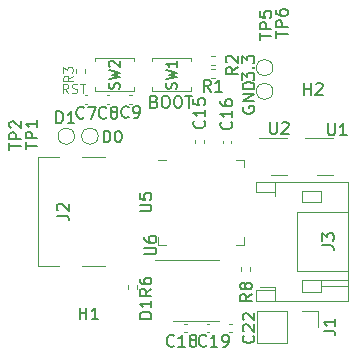
<source format=gbr>
%TF.GenerationSoftware,KiCad,Pcbnew,7.0.7*%
%TF.CreationDate,2024-03-07T17:34:25-08:00*%
%TF.ProjectId,magn_angle_sensor_v2,6d61676e-5f61-46e6-976c-655f73656e73,rev?*%
%TF.SameCoordinates,Original*%
%TF.FileFunction,Legend,Top*%
%TF.FilePolarity,Positive*%
%FSLAX46Y46*%
G04 Gerber Fmt 4.6, Leading zero omitted, Abs format (unit mm)*
G04 Created by KiCad (PCBNEW 7.0.7) date 2024-03-07 17:34:25*
%MOMM*%
%LPD*%
G01*
G04 APERTURE LIST*
%ADD10C,0.150000*%
%ADD11C,0.120000*%
%ADD12C,0.100000*%
G04 APERTURE END LIST*
D10*
X24261905Y-27479819D02*
X24261905Y-26479819D01*
X24261905Y-26479819D02*
X24500000Y-26479819D01*
X24500000Y-26479819D02*
X24642857Y-26527438D01*
X24642857Y-26527438D02*
X24738095Y-26622676D01*
X24738095Y-26622676D02*
X24785714Y-26717914D01*
X24785714Y-26717914D02*
X24833333Y-26908390D01*
X24833333Y-26908390D02*
X24833333Y-27051247D01*
X24833333Y-27051247D02*
X24785714Y-27241723D01*
X24785714Y-27241723D02*
X24738095Y-27336961D01*
X24738095Y-27336961D02*
X24642857Y-27432200D01*
X24642857Y-27432200D02*
X24500000Y-27479819D01*
X24500000Y-27479819D02*
X24261905Y-27479819D01*
X25452381Y-26479819D02*
X25547619Y-26479819D01*
X25547619Y-26479819D02*
X25642857Y-26527438D01*
X25642857Y-26527438D02*
X25690476Y-26575057D01*
X25690476Y-26575057D02*
X25738095Y-26670295D01*
X25738095Y-26670295D02*
X25785714Y-26860771D01*
X25785714Y-26860771D02*
X25785714Y-27098866D01*
X25785714Y-27098866D02*
X25738095Y-27289342D01*
X25738095Y-27289342D02*
X25690476Y-27384580D01*
X25690476Y-27384580D02*
X25642857Y-27432200D01*
X25642857Y-27432200D02*
X25547619Y-27479819D01*
X25547619Y-27479819D02*
X25452381Y-27479819D01*
X25452381Y-27479819D02*
X25357143Y-27432200D01*
X25357143Y-27432200D02*
X25309524Y-27384580D01*
X25309524Y-27384580D02*
X25261905Y-27289342D01*
X25261905Y-27289342D02*
X25214286Y-27098866D01*
X25214286Y-27098866D02*
X25214286Y-26860771D01*
X25214286Y-26860771D02*
X25261905Y-26670295D01*
X25261905Y-26670295D02*
X25309524Y-26575057D01*
X25309524Y-26575057D02*
X25357143Y-26527438D01*
X25357143Y-26527438D02*
X25452381Y-26479819D01*
X20261905Y-25839819D02*
X20261905Y-24839819D01*
X20261905Y-24839819D02*
X20500000Y-24839819D01*
X20500000Y-24839819D02*
X20642857Y-24887438D01*
X20642857Y-24887438D02*
X20738095Y-24982676D01*
X20738095Y-24982676D02*
X20785714Y-25077914D01*
X20785714Y-25077914D02*
X20833333Y-25268390D01*
X20833333Y-25268390D02*
X20833333Y-25411247D01*
X20833333Y-25411247D02*
X20785714Y-25601723D01*
X20785714Y-25601723D02*
X20738095Y-25696961D01*
X20738095Y-25696961D02*
X20642857Y-25792200D01*
X20642857Y-25792200D02*
X20500000Y-25839819D01*
X20500000Y-25839819D02*
X20261905Y-25839819D01*
X21785714Y-25839819D02*
X21214286Y-25839819D01*
X21500000Y-25839819D02*
X21500000Y-24839819D01*
X21500000Y-24839819D02*
X21404762Y-24982676D01*
X21404762Y-24982676D02*
X21309524Y-25077914D01*
X21309524Y-25077914D02*
X21214286Y-25125533D01*
D11*
X21256566Y-23295855D02*
X20989899Y-22914902D01*
X20799423Y-23295855D02*
X20799423Y-22495855D01*
X20799423Y-22495855D02*
X21104185Y-22495855D01*
X21104185Y-22495855D02*
X21180375Y-22533950D01*
X21180375Y-22533950D02*
X21218470Y-22572045D01*
X21218470Y-22572045D02*
X21256566Y-22648236D01*
X21256566Y-22648236D02*
X21256566Y-22762521D01*
X21256566Y-22762521D02*
X21218470Y-22838712D01*
X21218470Y-22838712D02*
X21180375Y-22876807D01*
X21180375Y-22876807D02*
X21104185Y-22914902D01*
X21104185Y-22914902D02*
X20799423Y-22914902D01*
X21561327Y-23257760D02*
X21675613Y-23295855D01*
X21675613Y-23295855D02*
X21866089Y-23295855D01*
X21866089Y-23295855D02*
X21942280Y-23257760D01*
X21942280Y-23257760D02*
X21980375Y-23219664D01*
X21980375Y-23219664D02*
X22018470Y-23143474D01*
X22018470Y-23143474D02*
X22018470Y-23067283D01*
X22018470Y-23067283D02*
X21980375Y-22991093D01*
X21980375Y-22991093D02*
X21942280Y-22952998D01*
X21942280Y-22952998D02*
X21866089Y-22914902D01*
X21866089Y-22914902D02*
X21713708Y-22876807D01*
X21713708Y-22876807D02*
X21637518Y-22838712D01*
X21637518Y-22838712D02*
X21599423Y-22800617D01*
X21599423Y-22800617D02*
X21561327Y-22724426D01*
X21561327Y-22724426D02*
X21561327Y-22648236D01*
X21561327Y-22648236D02*
X21599423Y-22572045D01*
X21599423Y-22572045D02*
X21637518Y-22533950D01*
X21637518Y-22533950D02*
X21713708Y-22495855D01*
X21713708Y-22495855D02*
X21904185Y-22495855D01*
X21904185Y-22495855D02*
X22018470Y-22533950D01*
X22247042Y-22495855D02*
X22704185Y-22495855D01*
X22475613Y-23295855D02*
X22475613Y-22495855D01*
D10*
X28562857Y-24016009D02*
X28705714Y-24063628D01*
X28705714Y-24063628D02*
X28753333Y-24111247D01*
X28753333Y-24111247D02*
X28800952Y-24206485D01*
X28800952Y-24206485D02*
X28800952Y-24349342D01*
X28800952Y-24349342D02*
X28753333Y-24444580D01*
X28753333Y-24444580D02*
X28705714Y-24492200D01*
X28705714Y-24492200D02*
X28610476Y-24539819D01*
X28610476Y-24539819D02*
X28229524Y-24539819D01*
X28229524Y-24539819D02*
X28229524Y-23539819D01*
X28229524Y-23539819D02*
X28562857Y-23539819D01*
X28562857Y-23539819D02*
X28658095Y-23587438D01*
X28658095Y-23587438D02*
X28705714Y-23635057D01*
X28705714Y-23635057D02*
X28753333Y-23730295D01*
X28753333Y-23730295D02*
X28753333Y-23825533D01*
X28753333Y-23825533D02*
X28705714Y-23920771D01*
X28705714Y-23920771D02*
X28658095Y-23968390D01*
X28658095Y-23968390D02*
X28562857Y-24016009D01*
X28562857Y-24016009D02*
X28229524Y-24016009D01*
X29420000Y-23539819D02*
X29610476Y-23539819D01*
X29610476Y-23539819D02*
X29705714Y-23587438D01*
X29705714Y-23587438D02*
X29800952Y-23682676D01*
X29800952Y-23682676D02*
X29848571Y-23873152D01*
X29848571Y-23873152D02*
X29848571Y-24206485D01*
X29848571Y-24206485D02*
X29800952Y-24396961D01*
X29800952Y-24396961D02*
X29705714Y-24492200D01*
X29705714Y-24492200D02*
X29610476Y-24539819D01*
X29610476Y-24539819D02*
X29420000Y-24539819D01*
X29420000Y-24539819D02*
X29324762Y-24492200D01*
X29324762Y-24492200D02*
X29229524Y-24396961D01*
X29229524Y-24396961D02*
X29181905Y-24206485D01*
X29181905Y-24206485D02*
X29181905Y-23873152D01*
X29181905Y-23873152D02*
X29229524Y-23682676D01*
X29229524Y-23682676D02*
X29324762Y-23587438D01*
X29324762Y-23587438D02*
X29420000Y-23539819D01*
X30467619Y-23539819D02*
X30658095Y-23539819D01*
X30658095Y-23539819D02*
X30753333Y-23587438D01*
X30753333Y-23587438D02*
X30848571Y-23682676D01*
X30848571Y-23682676D02*
X30896190Y-23873152D01*
X30896190Y-23873152D02*
X30896190Y-24206485D01*
X30896190Y-24206485D02*
X30848571Y-24396961D01*
X30848571Y-24396961D02*
X30753333Y-24492200D01*
X30753333Y-24492200D02*
X30658095Y-24539819D01*
X30658095Y-24539819D02*
X30467619Y-24539819D01*
X30467619Y-24539819D02*
X30372381Y-24492200D01*
X30372381Y-24492200D02*
X30277143Y-24396961D01*
X30277143Y-24396961D02*
X30229524Y-24206485D01*
X30229524Y-24206485D02*
X30229524Y-23873152D01*
X30229524Y-23873152D02*
X30277143Y-23682676D01*
X30277143Y-23682676D02*
X30372381Y-23587438D01*
X30372381Y-23587438D02*
X30467619Y-23539819D01*
X31181905Y-23539819D02*
X31753333Y-23539819D01*
X31467619Y-24539819D02*
X31467619Y-23539819D01*
X36077438Y-24459411D02*
X36029819Y-24554649D01*
X36029819Y-24554649D02*
X36029819Y-24697506D01*
X36029819Y-24697506D02*
X36077438Y-24840363D01*
X36077438Y-24840363D02*
X36172676Y-24935601D01*
X36172676Y-24935601D02*
X36267914Y-24983220D01*
X36267914Y-24983220D02*
X36458390Y-25030839D01*
X36458390Y-25030839D02*
X36601247Y-25030839D01*
X36601247Y-25030839D02*
X36791723Y-24983220D01*
X36791723Y-24983220D02*
X36886961Y-24935601D01*
X36886961Y-24935601D02*
X36982200Y-24840363D01*
X36982200Y-24840363D02*
X37029819Y-24697506D01*
X37029819Y-24697506D02*
X37029819Y-24602268D01*
X37029819Y-24602268D02*
X36982200Y-24459411D01*
X36982200Y-24459411D02*
X36934580Y-24411792D01*
X36934580Y-24411792D02*
X36601247Y-24411792D01*
X36601247Y-24411792D02*
X36601247Y-24602268D01*
X37029819Y-23983220D02*
X36029819Y-23983220D01*
X36029819Y-23983220D02*
X37029819Y-23411792D01*
X37029819Y-23411792D02*
X36029819Y-23411792D01*
X37029819Y-22935601D02*
X36029819Y-22935601D01*
X36029819Y-22935601D02*
X36029819Y-22697506D01*
X36029819Y-22697506D02*
X36077438Y-22554649D01*
X36077438Y-22554649D02*
X36172676Y-22459411D01*
X36172676Y-22459411D02*
X36267914Y-22411792D01*
X36267914Y-22411792D02*
X36458390Y-22364173D01*
X36458390Y-22364173D02*
X36601247Y-22364173D01*
X36601247Y-22364173D02*
X36791723Y-22411792D01*
X36791723Y-22411792D02*
X36886961Y-22459411D01*
X36886961Y-22459411D02*
X36982200Y-22554649D01*
X36982200Y-22554649D02*
X37029819Y-22697506D01*
X37029819Y-22697506D02*
X37029819Y-22935601D01*
X35999819Y-22198458D02*
X35999819Y-21579411D01*
X35999819Y-21579411D02*
X36380771Y-21912744D01*
X36380771Y-21912744D02*
X36380771Y-21769887D01*
X36380771Y-21769887D02*
X36428390Y-21674649D01*
X36428390Y-21674649D02*
X36476009Y-21627030D01*
X36476009Y-21627030D02*
X36571247Y-21579411D01*
X36571247Y-21579411D02*
X36809342Y-21579411D01*
X36809342Y-21579411D02*
X36904580Y-21627030D01*
X36904580Y-21627030D02*
X36952200Y-21674649D01*
X36952200Y-21674649D02*
X36999819Y-21769887D01*
X36999819Y-21769887D02*
X36999819Y-22055601D01*
X36999819Y-22055601D02*
X36952200Y-22150839D01*
X36952200Y-22150839D02*
X36904580Y-22198458D01*
X36904580Y-21150839D02*
X36952200Y-21103220D01*
X36952200Y-21103220D02*
X36999819Y-21150839D01*
X36999819Y-21150839D02*
X36952200Y-21198458D01*
X36952200Y-21198458D02*
X36904580Y-21150839D01*
X36904580Y-21150839D02*
X36999819Y-21150839D01*
X35999819Y-20769887D02*
X35999819Y-20150840D01*
X35999819Y-20150840D02*
X36380771Y-20484173D01*
X36380771Y-20484173D02*
X36380771Y-20341316D01*
X36380771Y-20341316D02*
X36428390Y-20246078D01*
X36428390Y-20246078D02*
X36476009Y-20198459D01*
X36476009Y-20198459D02*
X36571247Y-20150840D01*
X36571247Y-20150840D02*
X36809342Y-20150840D01*
X36809342Y-20150840D02*
X36904580Y-20198459D01*
X36904580Y-20198459D02*
X36952200Y-20246078D01*
X36952200Y-20246078D02*
X36999819Y-20341316D01*
X36999819Y-20341316D02*
X36999819Y-20627030D01*
X36999819Y-20627030D02*
X36952200Y-20722268D01*
X36952200Y-20722268D02*
X36904580Y-20769887D01*
X38834819Y-18621904D02*
X38834819Y-18050476D01*
X39834819Y-18336190D02*
X38834819Y-18336190D01*
X39834819Y-17717142D02*
X38834819Y-17717142D01*
X38834819Y-17717142D02*
X38834819Y-17336190D01*
X38834819Y-17336190D02*
X38882438Y-17240952D01*
X38882438Y-17240952D02*
X38930057Y-17193333D01*
X38930057Y-17193333D02*
X39025295Y-17145714D01*
X39025295Y-17145714D02*
X39168152Y-17145714D01*
X39168152Y-17145714D02*
X39263390Y-17193333D01*
X39263390Y-17193333D02*
X39311009Y-17240952D01*
X39311009Y-17240952D02*
X39358628Y-17336190D01*
X39358628Y-17336190D02*
X39358628Y-17717142D01*
X38834819Y-16288571D02*
X38834819Y-16479047D01*
X38834819Y-16479047D02*
X38882438Y-16574285D01*
X38882438Y-16574285D02*
X38930057Y-16621904D01*
X38930057Y-16621904D02*
X39072914Y-16717142D01*
X39072914Y-16717142D02*
X39263390Y-16764761D01*
X39263390Y-16764761D02*
X39644342Y-16764761D01*
X39644342Y-16764761D02*
X39739580Y-16717142D01*
X39739580Y-16717142D02*
X39787200Y-16669523D01*
X39787200Y-16669523D02*
X39834819Y-16574285D01*
X39834819Y-16574285D02*
X39834819Y-16383809D01*
X39834819Y-16383809D02*
X39787200Y-16288571D01*
X39787200Y-16288571D02*
X39739580Y-16240952D01*
X39739580Y-16240952D02*
X39644342Y-16193333D01*
X39644342Y-16193333D02*
X39406247Y-16193333D01*
X39406247Y-16193333D02*
X39311009Y-16240952D01*
X39311009Y-16240952D02*
X39263390Y-16288571D01*
X39263390Y-16288571D02*
X39215771Y-16383809D01*
X39215771Y-16383809D02*
X39215771Y-16574285D01*
X39215771Y-16574285D02*
X39263390Y-16669523D01*
X39263390Y-16669523D02*
X39311009Y-16717142D01*
X39311009Y-16717142D02*
X39406247Y-16764761D01*
X28304819Y-39866666D02*
X27828628Y-40199999D01*
X28304819Y-40438094D02*
X27304819Y-40438094D01*
X27304819Y-40438094D02*
X27304819Y-40057142D01*
X27304819Y-40057142D02*
X27352438Y-39961904D01*
X27352438Y-39961904D02*
X27400057Y-39914285D01*
X27400057Y-39914285D02*
X27495295Y-39866666D01*
X27495295Y-39866666D02*
X27638152Y-39866666D01*
X27638152Y-39866666D02*
X27733390Y-39914285D01*
X27733390Y-39914285D02*
X27781009Y-39961904D01*
X27781009Y-39961904D02*
X27828628Y-40057142D01*
X27828628Y-40057142D02*
X27828628Y-40438094D01*
X27304819Y-39009523D02*
X27304819Y-39199999D01*
X27304819Y-39199999D02*
X27352438Y-39295237D01*
X27352438Y-39295237D02*
X27400057Y-39342856D01*
X27400057Y-39342856D02*
X27542914Y-39438094D01*
X27542914Y-39438094D02*
X27733390Y-39485713D01*
X27733390Y-39485713D02*
X28114342Y-39485713D01*
X28114342Y-39485713D02*
X28209580Y-39438094D01*
X28209580Y-39438094D02*
X28257200Y-39390475D01*
X28257200Y-39390475D02*
X28304819Y-39295237D01*
X28304819Y-39295237D02*
X28304819Y-39104761D01*
X28304819Y-39104761D02*
X28257200Y-39009523D01*
X28257200Y-39009523D02*
X28209580Y-38961904D01*
X28209580Y-38961904D02*
X28114342Y-38914285D01*
X28114342Y-38914285D02*
X27876247Y-38914285D01*
X27876247Y-38914285D02*
X27781009Y-38961904D01*
X27781009Y-38961904D02*
X27733390Y-39009523D01*
X27733390Y-39009523D02*
X27685771Y-39104761D01*
X27685771Y-39104761D02*
X27685771Y-39295237D01*
X27685771Y-39295237D02*
X27733390Y-39390475D01*
X27733390Y-39390475D02*
X27781009Y-39438094D01*
X27781009Y-39438094D02*
X27876247Y-39485713D01*
D11*
X21663855Y-21843332D02*
X21282902Y-22109999D01*
X21663855Y-22300475D02*
X20863855Y-22300475D01*
X20863855Y-22300475D02*
X20863855Y-21995713D01*
X20863855Y-21995713D02*
X20901950Y-21919523D01*
X20901950Y-21919523D02*
X20940045Y-21881428D01*
X20940045Y-21881428D02*
X21016236Y-21843332D01*
X21016236Y-21843332D02*
X21130521Y-21843332D01*
X21130521Y-21843332D02*
X21206712Y-21881428D01*
X21206712Y-21881428D02*
X21244807Y-21919523D01*
X21244807Y-21919523D02*
X21282902Y-21995713D01*
X21282902Y-21995713D02*
X21282902Y-22300475D01*
X20863855Y-21576666D02*
X20863855Y-21081428D01*
X20863855Y-21081428D02*
X21168617Y-21348094D01*
X21168617Y-21348094D02*
X21168617Y-21233809D01*
X21168617Y-21233809D02*
X21206712Y-21157618D01*
X21206712Y-21157618D02*
X21244807Y-21119523D01*
X21244807Y-21119523D02*
X21320998Y-21081428D01*
X21320998Y-21081428D02*
X21511474Y-21081428D01*
X21511474Y-21081428D02*
X21587664Y-21119523D01*
X21587664Y-21119523D02*
X21625760Y-21157618D01*
X21625760Y-21157618D02*
X21663855Y-21233809D01*
X21663855Y-21233809D02*
X21663855Y-21462380D01*
X21663855Y-21462380D02*
X21625760Y-21538571D01*
X21625760Y-21538571D02*
X21587664Y-21576666D01*
D10*
X25565700Y-22949999D02*
X25608557Y-22821428D01*
X25608557Y-22821428D02*
X25608557Y-22607142D01*
X25608557Y-22607142D02*
X25565700Y-22521428D01*
X25565700Y-22521428D02*
X25522842Y-22478570D01*
X25522842Y-22478570D02*
X25437128Y-22435713D01*
X25437128Y-22435713D02*
X25351414Y-22435713D01*
X25351414Y-22435713D02*
X25265700Y-22478570D01*
X25265700Y-22478570D02*
X25222842Y-22521428D01*
X25222842Y-22521428D02*
X25179985Y-22607142D01*
X25179985Y-22607142D02*
X25137128Y-22778570D01*
X25137128Y-22778570D02*
X25094271Y-22864285D01*
X25094271Y-22864285D02*
X25051414Y-22907142D01*
X25051414Y-22907142D02*
X24965700Y-22949999D01*
X24965700Y-22949999D02*
X24879985Y-22949999D01*
X24879985Y-22949999D02*
X24794271Y-22907142D01*
X24794271Y-22907142D02*
X24751414Y-22864285D01*
X24751414Y-22864285D02*
X24708557Y-22778570D01*
X24708557Y-22778570D02*
X24708557Y-22564285D01*
X24708557Y-22564285D02*
X24751414Y-22435713D01*
X24708557Y-22135713D02*
X25608557Y-21921427D01*
X25608557Y-21921427D02*
X24965700Y-21749999D01*
X24965700Y-21749999D02*
X25608557Y-21578570D01*
X25608557Y-21578570D02*
X24708557Y-21364285D01*
X24794271Y-21064285D02*
X24751414Y-21021428D01*
X24751414Y-21021428D02*
X24708557Y-20935714D01*
X24708557Y-20935714D02*
X24708557Y-20721428D01*
X24708557Y-20721428D02*
X24751414Y-20635714D01*
X24751414Y-20635714D02*
X24794271Y-20592856D01*
X24794271Y-20592856D02*
X24879985Y-20549999D01*
X24879985Y-20549999D02*
X24965700Y-20549999D01*
X24965700Y-20549999D02*
X25094271Y-20592856D01*
X25094271Y-20592856D02*
X25608557Y-21107142D01*
X25608557Y-21107142D02*
X25608557Y-20549999D01*
X27304819Y-33311904D02*
X28114342Y-33311904D01*
X28114342Y-33311904D02*
X28209580Y-33264285D01*
X28209580Y-33264285D02*
X28257200Y-33216666D01*
X28257200Y-33216666D02*
X28304819Y-33121428D01*
X28304819Y-33121428D02*
X28304819Y-32930952D01*
X28304819Y-32930952D02*
X28257200Y-32835714D01*
X28257200Y-32835714D02*
X28209580Y-32788095D01*
X28209580Y-32788095D02*
X28114342Y-32740476D01*
X28114342Y-32740476D02*
X27304819Y-32740476D01*
X27304819Y-31788095D02*
X27304819Y-32264285D01*
X27304819Y-32264285D02*
X27781009Y-32311904D01*
X27781009Y-32311904D02*
X27733390Y-32264285D01*
X27733390Y-32264285D02*
X27685771Y-32169047D01*
X27685771Y-32169047D02*
X27685771Y-31930952D01*
X27685771Y-31930952D02*
X27733390Y-31835714D01*
X27733390Y-31835714D02*
X27781009Y-31788095D01*
X27781009Y-31788095D02*
X27876247Y-31740476D01*
X27876247Y-31740476D02*
X28114342Y-31740476D01*
X28114342Y-31740476D02*
X28209580Y-31788095D01*
X28209580Y-31788095D02*
X28257200Y-31835714D01*
X28257200Y-31835714D02*
X28304819Y-31930952D01*
X28304819Y-31930952D02*
X28304819Y-32169047D01*
X28304819Y-32169047D02*
X28257200Y-32264285D01*
X28257200Y-32264285D02*
X28209580Y-32311904D01*
X36824819Y-40306666D02*
X36348628Y-40639999D01*
X36824819Y-40878094D02*
X35824819Y-40878094D01*
X35824819Y-40878094D02*
X35824819Y-40497142D01*
X35824819Y-40497142D02*
X35872438Y-40401904D01*
X35872438Y-40401904D02*
X35920057Y-40354285D01*
X35920057Y-40354285D02*
X36015295Y-40306666D01*
X36015295Y-40306666D02*
X36158152Y-40306666D01*
X36158152Y-40306666D02*
X36253390Y-40354285D01*
X36253390Y-40354285D02*
X36301009Y-40401904D01*
X36301009Y-40401904D02*
X36348628Y-40497142D01*
X36348628Y-40497142D02*
X36348628Y-40878094D01*
X36253390Y-39735237D02*
X36205771Y-39830475D01*
X36205771Y-39830475D02*
X36158152Y-39878094D01*
X36158152Y-39878094D02*
X36062914Y-39925713D01*
X36062914Y-39925713D02*
X36015295Y-39925713D01*
X36015295Y-39925713D02*
X35920057Y-39878094D01*
X35920057Y-39878094D02*
X35872438Y-39830475D01*
X35872438Y-39830475D02*
X35824819Y-39735237D01*
X35824819Y-39735237D02*
X35824819Y-39544761D01*
X35824819Y-39544761D02*
X35872438Y-39449523D01*
X35872438Y-39449523D02*
X35920057Y-39401904D01*
X35920057Y-39401904D02*
X36015295Y-39354285D01*
X36015295Y-39354285D02*
X36062914Y-39354285D01*
X36062914Y-39354285D02*
X36158152Y-39401904D01*
X36158152Y-39401904D02*
X36205771Y-39449523D01*
X36205771Y-39449523D02*
X36253390Y-39544761D01*
X36253390Y-39544761D02*
X36253390Y-39735237D01*
X36253390Y-39735237D02*
X36301009Y-39830475D01*
X36301009Y-39830475D02*
X36348628Y-39878094D01*
X36348628Y-39878094D02*
X36443866Y-39925713D01*
X36443866Y-39925713D02*
X36634342Y-39925713D01*
X36634342Y-39925713D02*
X36729580Y-39878094D01*
X36729580Y-39878094D02*
X36777200Y-39830475D01*
X36777200Y-39830475D02*
X36824819Y-39735237D01*
X36824819Y-39735237D02*
X36824819Y-39544761D01*
X36824819Y-39544761D02*
X36777200Y-39449523D01*
X36777200Y-39449523D02*
X36729580Y-39401904D01*
X36729580Y-39401904D02*
X36634342Y-39354285D01*
X36634342Y-39354285D02*
X36443866Y-39354285D01*
X36443866Y-39354285D02*
X36348628Y-39401904D01*
X36348628Y-39401904D02*
X36301009Y-39449523D01*
X36301009Y-39449523D02*
X36253390Y-39544761D01*
X27714819Y-36961904D02*
X28524342Y-36961904D01*
X28524342Y-36961904D02*
X28619580Y-36914285D01*
X28619580Y-36914285D02*
X28667200Y-36866666D01*
X28667200Y-36866666D02*
X28714819Y-36771428D01*
X28714819Y-36771428D02*
X28714819Y-36580952D01*
X28714819Y-36580952D02*
X28667200Y-36485714D01*
X28667200Y-36485714D02*
X28619580Y-36438095D01*
X28619580Y-36438095D02*
X28524342Y-36390476D01*
X28524342Y-36390476D02*
X27714819Y-36390476D01*
X27714819Y-35485714D02*
X27714819Y-35676190D01*
X27714819Y-35676190D02*
X27762438Y-35771428D01*
X27762438Y-35771428D02*
X27810057Y-35819047D01*
X27810057Y-35819047D02*
X27952914Y-35914285D01*
X27952914Y-35914285D02*
X28143390Y-35961904D01*
X28143390Y-35961904D02*
X28524342Y-35961904D01*
X28524342Y-35961904D02*
X28619580Y-35914285D01*
X28619580Y-35914285D02*
X28667200Y-35866666D01*
X28667200Y-35866666D02*
X28714819Y-35771428D01*
X28714819Y-35771428D02*
X28714819Y-35580952D01*
X28714819Y-35580952D02*
X28667200Y-35485714D01*
X28667200Y-35485714D02*
X28619580Y-35438095D01*
X28619580Y-35438095D02*
X28524342Y-35390476D01*
X28524342Y-35390476D02*
X28286247Y-35390476D01*
X28286247Y-35390476D02*
X28191009Y-35438095D01*
X28191009Y-35438095D02*
X28143390Y-35485714D01*
X28143390Y-35485714D02*
X28095771Y-35580952D01*
X28095771Y-35580952D02*
X28095771Y-35771428D01*
X28095771Y-35771428D02*
X28143390Y-35866666D01*
X28143390Y-35866666D02*
X28191009Y-35914285D01*
X28191009Y-35914285D02*
X28286247Y-35961904D01*
X32759580Y-25642857D02*
X32807200Y-25690476D01*
X32807200Y-25690476D02*
X32854819Y-25833333D01*
X32854819Y-25833333D02*
X32854819Y-25928571D01*
X32854819Y-25928571D02*
X32807200Y-26071428D01*
X32807200Y-26071428D02*
X32711961Y-26166666D01*
X32711961Y-26166666D02*
X32616723Y-26214285D01*
X32616723Y-26214285D02*
X32426247Y-26261904D01*
X32426247Y-26261904D02*
X32283390Y-26261904D01*
X32283390Y-26261904D02*
X32092914Y-26214285D01*
X32092914Y-26214285D02*
X31997676Y-26166666D01*
X31997676Y-26166666D02*
X31902438Y-26071428D01*
X31902438Y-26071428D02*
X31854819Y-25928571D01*
X31854819Y-25928571D02*
X31854819Y-25833333D01*
X31854819Y-25833333D02*
X31902438Y-25690476D01*
X31902438Y-25690476D02*
X31950057Y-25642857D01*
X32854819Y-24690476D02*
X32854819Y-25261904D01*
X32854819Y-24976190D02*
X31854819Y-24976190D01*
X31854819Y-24976190D02*
X31997676Y-25071428D01*
X31997676Y-25071428D02*
X32092914Y-25166666D01*
X32092914Y-25166666D02*
X32140533Y-25261904D01*
X31854819Y-23785714D02*
X31854819Y-24261904D01*
X31854819Y-24261904D02*
X32331009Y-24309523D01*
X32331009Y-24309523D02*
X32283390Y-24261904D01*
X32283390Y-24261904D02*
X32235771Y-24166666D01*
X32235771Y-24166666D02*
X32235771Y-23928571D01*
X32235771Y-23928571D02*
X32283390Y-23833333D01*
X32283390Y-23833333D02*
X32331009Y-23785714D01*
X32331009Y-23785714D02*
X32426247Y-23738095D01*
X32426247Y-23738095D02*
X32664342Y-23738095D01*
X32664342Y-23738095D02*
X32759580Y-23785714D01*
X32759580Y-23785714D02*
X32807200Y-23833333D01*
X32807200Y-23833333D02*
X32854819Y-23928571D01*
X32854819Y-23928571D02*
X32854819Y-24166666D01*
X32854819Y-24166666D02*
X32807200Y-24261904D01*
X32807200Y-24261904D02*
X32759580Y-24309523D01*
X30217142Y-44669580D02*
X30169523Y-44717200D01*
X30169523Y-44717200D02*
X30026666Y-44764819D01*
X30026666Y-44764819D02*
X29931428Y-44764819D01*
X29931428Y-44764819D02*
X29788571Y-44717200D01*
X29788571Y-44717200D02*
X29693333Y-44621961D01*
X29693333Y-44621961D02*
X29645714Y-44526723D01*
X29645714Y-44526723D02*
X29598095Y-44336247D01*
X29598095Y-44336247D02*
X29598095Y-44193390D01*
X29598095Y-44193390D02*
X29645714Y-44002914D01*
X29645714Y-44002914D02*
X29693333Y-43907676D01*
X29693333Y-43907676D02*
X29788571Y-43812438D01*
X29788571Y-43812438D02*
X29931428Y-43764819D01*
X29931428Y-43764819D02*
X30026666Y-43764819D01*
X30026666Y-43764819D02*
X30169523Y-43812438D01*
X30169523Y-43812438D02*
X30217142Y-43860057D01*
X31169523Y-44764819D02*
X30598095Y-44764819D01*
X30883809Y-44764819D02*
X30883809Y-43764819D01*
X30883809Y-43764819D02*
X30788571Y-43907676D01*
X30788571Y-43907676D02*
X30693333Y-44002914D01*
X30693333Y-44002914D02*
X30598095Y-44050533D01*
X31740952Y-44193390D02*
X31645714Y-44145771D01*
X31645714Y-44145771D02*
X31598095Y-44098152D01*
X31598095Y-44098152D02*
X31550476Y-44002914D01*
X31550476Y-44002914D02*
X31550476Y-43955295D01*
X31550476Y-43955295D02*
X31598095Y-43860057D01*
X31598095Y-43860057D02*
X31645714Y-43812438D01*
X31645714Y-43812438D02*
X31740952Y-43764819D01*
X31740952Y-43764819D02*
X31931428Y-43764819D01*
X31931428Y-43764819D02*
X32026666Y-43812438D01*
X32026666Y-43812438D02*
X32074285Y-43860057D01*
X32074285Y-43860057D02*
X32121904Y-43955295D01*
X32121904Y-43955295D02*
X32121904Y-44002914D01*
X32121904Y-44002914D02*
X32074285Y-44098152D01*
X32074285Y-44098152D02*
X32026666Y-44145771D01*
X32026666Y-44145771D02*
X31931428Y-44193390D01*
X31931428Y-44193390D02*
X31740952Y-44193390D01*
X31740952Y-44193390D02*
X31645714Y-44241009D01*
X31645714Y-44241009D02*
X31598095Y-44288628D01*
X31598095Y-44288628D02*
X31550476Y-44383866D01*
X31550476Y-44383866D02*
X31550476Y-44574342D01*
X31550476Y-44574342D02*
X31598095Y-44669580D01*
X31598095Y-44669580D02*
X31645714Y-44717200D01*
X31645714Y-44717200D02*
X31740952Y-44764819D01*
X31740952Y-44764819D02*
X31931428Y-44764819D01*
X31931428Y-44764819D02*
X32026666Y-44717200D01*
X32026666Y-44717200D02*
X32074285Y-44669580D01*
X32074285Y-44669580D02*
X32121904Y-44574342D01*
X32121904Y-44574342D02*
X32121904Y-44383866D01*
X32121904Y-44383866D02*
X32074285Y-44288628D01*
X32074285Y-44288628D02*
X32026666Y-44241009D01*
X32026666Y-44241009D02*
X31931428Y-44193390D01*
X43278095Y-25864819D02*
X43278095Y-26674342D01*
X43278095Y-26674342D02*
X43325714Y-26769580D01*
X43325714Y-26769580D02*
X43373333Y-26817200D01*
X43373333Y-26817200D02*
X43468571Y-26864819D01*
X43468571Y-26864819D02*
X43659047Y-26864819D01*
X43659047Y-26864819D02*
X43754285Y-26817200D01*
X43754285Y-26817200D02*
X43801904Y-26769580D01*
X43801904Y-26769580D02*
X43849523Y-26674342D01*
X43849523Y-26674342D02*
X43849523Y-25864819D01*
X44849523Y-26864819D02*
X44278095Y-26864819D01*
X44563809Y-26864819D02*
X44563809Y-25864819D01*
X44563809Y-25864819D02*
X44468571Y-26007676D01*
X44468571Y-26007676D02*
X44373333Y-26102914D01*
X44373333Y-26102914D02*
X44278095Y-26150533D01*
X38350595Y-25754819D02*
X38350595Y-26564342D01*
X38350595Y-26564342D02*
X38398214Y-26659580D01*
X38398214Y-26659580D02*
X38445833Y-26707200D01*
X38445833Y-26707200D02*
X38541071Y-26754819D01*
X38541071Y-26754819D02*
X38731547Y-26754819D01*
X38731547Y-26754819D02*
X38826785Y-26707200D01*
X38826785Y-26707200D02*
X38874404Y-26659580D01*
X38874404Y-26659580D02*
X38922023Y-26564342D01*
X38922023Y-26564342D02*
X38922023Y-25754819D01*
X39350595Y-25850057D02*
X39398214Y-25802438D01*
X39398214Y-25802438D02*
X39493452Y-25754819D01*
X39493452Y-25754819D02*
X39731547Y-25754819D01*
X39731547Y-25754819D02*
X39826785Y-25802438D01*
X39826785Y-25802438D02*
X39874404Y-25850057D01*
X39874404Y-25850057D02*
X39922023Y-25945295D01*
X39922023Y-25945295D02*
X39922023Y-26040533D01*
X39922023Y-26040533D02*
X39874404Y-26183390D01*
X39874404Y-26183390D02*
X39302976Y-26754819D01*
X39302976Y-26754819D02*
X39922023Y-26754819D01*
X42754819Y-36183333D02*
X43469104Y-36183333D01*
X43469104Y-36183333D02*
X43611961Y-36230952D01*
X43611961Y-36230952D02*
X43707200Y-36326190D01*
X43707200Y-36326190D02*
X43754819Y-36469047D01*
X43754819Y-36469047D02*
X43754819Y-36564285D01*
X42754819Y-35802380D02*
X42754819Y-35183333D01*
X42754819Y-35183333D02*
X43135771Y-35516666D01*
X43135771Y-35516666D02*
X43135771Y-35373809D01*
X43135771Y-35373809D02*
X43183390Y-35278571D01*
X43183390Y-35278571D02*
X43231009Y-35230952D01*
X43231009Y-35230952D02*
X43326247Y-35183333D01*
X43326247Y-35183333D02*
X43564342Y-35183333D01*
X43564342Y-35183333D02*
X43659580Y-35230952D01*
X43659580Y-35230952D02*
X43707200Y-35278571D01*
X43707200Y-35278571D02*
X43754819Y-35373809D01*
X43754819Y-35373809D02*
X43754819Y-35659523D01*
X43754819Y-35659523D02*
X43707200Y-35754761D01*
X43707200Y-35754761D02*
X43659580Y-35802380D01*
X22583333Y-25359580D02*
X22535714Y-25407200D01*
X22535714Y-25407200D02*
X22392857Y-25454819D01*
X22392857Y-25454819D02*
X22297619Y-25454819D01*
X22297619Y-25454819D02*
X22154762Y-25407200D01*
X22154762Y-25407200D02*
X22059524Y-25311961D01*
X22059524Y-25311961D02*
X22011905Y-25216723D01*
X22011905Y-25216723D02*
X21964286Y-25026247D01*
X21964286Y-25026247D02*
X21964286Y-24883390D01*
X21964286Y-24883390D02*
X22011905Y-24692914D01*
X22011905Y-24692914D02*
X22059524Y-24597676D01*
X22059524Y-24597676D02*
X22154762Y-24502438D01*
X22154762Y-24502438D02*
X22297619Y-24454819D01*
X22297619Y-24454819D02*
X22392857Y-24454819D01*
X22392857Y-24454819D02*
X22535714Y-24502438D01*
X22535714Y-24502438D02*
X22583333Y-24550057D01*
X22916667Y-24454819D02*
X23583333Y-24454819D01*
X23583333Y-24454819D02*
X23154762Y-25454819D01*
X37474819Y-18761904D02*
X37474819Y-18190476D01*
X38474819Y-18476190D02*
X37474819Y-18476190D01*
X38474819Y-17857142D02*
X37474819Y-17857142D01*
X37474819Y-17857142D02*
X37474819Y-17476190D01*
X37474819Y-17476190D02*
X37522438Y-17380952D01*
X37522438Y-17380952D02*
X37570057Y-17333333D01*
X37570057Y-17333333D02*
X37665295Y-17285714D01*
X37665295Y-17285714D02*
X37808152Y-17285714D01*
X37808152Y-17285714D02*
X37903390Y-17333333D01*
X37903390Y-17333333D02*
X37951009Y-17380952D01*
X37951009Y-17380952D02*
X37998628Y-17476190D01*
X37998628Y-17476190D02*
X37998628Y-17857142D01*
X37474819Y-16380952D02*
X37474819Y-16857142D01*
X37474819Y-16857142D02*
X37951009Y-16904761D01*
X37951009Y-16904761D02*
X37903390Y-16857142D01*
X37903390Y-16857142D02*
X37855771Y-16761904D01*
X37855771Y-16761904D02*
X37855771Y-16523809D01*
X37855771Y-16523809D02*
X37903390Y-16428571D01*
X37903390Y-16428571D02*
X37951009Y-16380952D01*
X37951009Y-16380952D02*
X38046247Y-16333333D01*
X38046247Y-16333333D02*
X38284342Y-16333333D01*
X38284342Y-16333333D02*
X38379580Y-16380952D01*
X38379580Y-16380952D02*
X38427200Y-16428571D01*
X38427200Y-16428571D02*
X38474819Y-16523809D01*
X38474819Y-16523809D02*
X38474819Y-16761904D01*
X38474819Y-16761904D02*
X38427200Y-16857142D01*
X38427200Y-16857142D02*
X38379580Y-16904761D01*
X30415700Y-22949999D02*
X30458557Y-22821428D01*
X30458557Y-22821428D02*
X30458557Y-22607142D01*
X30458557Y-22607142D02*
X30415700Y-22521428D01*
X30415700Y-22521428D02*
X30372842Y-22478570D01*
X30372842Y-22478570D02*
X30287128Y-22435713D01*
X30287128Y-22435713D02*
X30201414Y-22435713D01*
X30201414Y-22435713D02*
X30115700Y-22478570D01*
X30115700Y-22478570D02*
X30072842Y-22521428D01*
X30072842Y-22521428D02*
X30029985Y-22607142D01*
X30029985Y-22607142D02*
X29987128Y-22778570D01*
X29987128Y-22778570D02*
X29944271Y-22864285D01*
X29944271Y-22864285D02*
X29901414Y-22907142D01*
X29901414Y-22907142D02*
X29815700Y-22949999D01*
X29815700Y-22949999D02*
X29729985Y-22949999D01*
X29729985Y-22949999D02*
X29644271Y-22907142D01*
X29644271Y-22907142D02*
X29601414Y-22864285D01*
X29601414Y-22864285D02*
X29558557Y-22778570D01*
X29558557Y-22778570D02*
X29558557Y-22564285D01*
X29558557Y-22564285D02*
X29601414Y-22435713D01*
X29558557Y-22135713D02*
X30458557Y-21921427D01*
X30458557Y-21921427D02*
X29815700Y-21749999D01*
X29815700Y-21749999D02*
X30458557Y-21578570D01*
X30458557Y-21578570D02*
X29558557Y-21364285D01*
X30458557Y-20549999D02*
X30458557Y-21064285D01*
X30458557Y-20807142D02*
X29558557Y-20807142D01*
X29558557Y-20807142D02*
X29687128Y-20892856D01*
X29687128Y-20892856D02*
X29772842Y-20978571D01*
X29772842Y-20978571D02*
X29815700Y-21064285D01*
X35604819Y-21086666D02*
X35128628Y-21419999D01*
X35604819Y-21658094D02*
X34604819Y-21658094D01*
X34604819Y-21658094D02*
X34604819Y-21277142D01*
X34604819Y-21277142D02*
X34652438Y-21181904D01*
X34652438Y-21181904D02*
X34700057Y-21134285D01*
X34700057Y-21134285D02*
X34795295Y-21086666D01*
X34795295Y-21086666D02*
X34938152Y-21086666D01*
X34938152Y-21086666D02*
X35033390Y-21134285D01*
X35033390Y-21134285D02*
X35081009Y-21181904D01*
X35081009Y-21181904D02*
X35128628Y-21277142D01*
X35128628Y-21277142D02*
X35128628Y-21658094D01*
X34700057Y-20705713D02*
X34652438Y-20658094D01*
X34652438Y-20658094D02*
X34604819Y-20562856D01*
X34604819Y-20562856D02*
X34604819Y-20324761D01*
X34604819Y-20324761D02*
X34652438Y-20229523D01*
X34652438Y-20229523D02*
X34700057Y-20181904D01*
X34700057Y-20181904D02*
X34795295Y-20134285D01*
X34795295Y-20134285D02*
X34890533Y-20134285D01*
X34890533Y-20134285D02*
X35033390Y-20181904D01*
X35033390Y-20181904D02*
X35604819Y-20753332D01*
X35604819Y-20753332D02*
X35604819Y-20134285D01*
X41238095Y-23454819D02*
X41238095Y-22454819D01*
X41238095Y-22931009D02*
X41809523Y-22931009D01*
X41809523Y-23454819D02*
X41809523Y-22454819D01*
X42238095Y-22550057D02*
X42285714Y-22502438D01*
X42285714Y-22502438D02*
X42380952Y-22454819D01*
X42380952Y-22454819D02*
X42619047Y-22454819D01*
X42619047Y-22454819D02*
X42714285Y-22502438D01*
X42714285Y-22502438D02*
X42761904Y-22550057D01*
X42761904Y-22550057D02*
X42809523Y-22645295D01*
X42809523Y-22645295D02*
X42809523Y-22740533D01*
X42809523Y-22740533D02*
X42761904Y-22883390D01*
X42761904Y-22883390D02*
X42190476Y-23454819D01*
X42190476Y-23454819D02*
X42809523Y-23454819D01*
X32947142Y-44659580D02*
X32899523Y-44707200D01*
X32899523Y-44707200D02*
X32756666Y-44754819D01*
X32756666Y-44754819D02*
X32661428Y-44754819D01*
X32661428Y-44754819D02*
X32518571Y-44707200D01*
X32518571Y-44707200D02*
X32423333Y-44611961D01*
X32423333Y-44611961D02*
X32375714Y-44516723D01*
X32375714Y-44516723D02*
X32328095Y-44326247D01*
X32328095Y-44326247D02*
X32328095Y-44183390D01*
X32328095Y-44183390D02*
X32375714Y-43992914D01*
X32375714Y-43992914D02*
X32423333Y-43897676D01*
X32423333Y-43897676D02*
X32518571Y-43802438D01*
X32518571Y-43802438D02*
X32661428Y-43754819D01*
X32661428Y-43754819D02*
X32756666Y-43754819D01*
X32756666Y-43754819D02*
X32899523Y-43802438D01*
X32899523Y-43802438D02*
X32947142Y-43850057D01*
X33899523Y-44754819D02*
X33328095Y-44754819D01*
X33613809Y-44754819D02*
X33613809Y-43754819D01*
X33613809Y-43754819D02*
X33518571Y-43897676D01*
X33518571Y-43897676D02*
X33423333Y-43992914D01*
X33423333Y-43992914D02*
X33328095Y-44040533D01*
X34375714Y-44754819D02*
X34566190Y-44754819D01*
X34566190Y-44754819D02*
X34661428Y-44707200D01*
X34661428Y-44707200D02*
X34709047Y-44659580D01*
X34709047Y-44659580D02*
X34804285Y-44516723D01*
X34804285Y-44516723D02*
X34851904Y-44326247D01*
X34851904Y-44326247D02*
X34851904Y-43945295D01*
X34851904Y-43945295D02*
X34804285Y-43850057D01*
X34804285Y-43850057D02*
X34756666Y-43802438D01*
X34756666Y-43802438D02*
X34661428Y-43754819D01*
X34661428Y-43754819D02*
X34470952Y-43754819D01*
X34470952Y-43754819D02*
X34375714Y-43802438D01*
X34375714Y-43802438D02*
X34328095Y-43850057D01*
X34328095Y-43850057D02*
X34280476Y-43945295D01*
X34280476Y-43945295D02*
X34280476Y-44183390D01*
X34280476Y-44183390D02*
X34328095Y-44278628D01*
X34328095Y-44278628D02*
X34375714Y-44326247D01*
X34375714Y-44326247D02*
X34470952Y-44373866D01*
X34470952Y-44373866D02*
X34661428Y-44373866D01*
X34661428Y-44373866D02*
X34756666Y-44326247D01*
X34756666Y-44326247D02*
X34804285Y-44278628D01*
X34804285Y-44278628D02*
X34851904Y-44183390D01*
X26383333Y-25309580D02*
X26335714Y-25357200D01*
X26335714Y-25357200D02*
X26192857Y-25404819D01*
X26192857Y-25404819D02*
X26097619Y-25404819D01*
X26097619Y-25404819D02*
X25954762Y-25357200D01*
X25954762Y-25357200D02*
X25859524Y-25261961D01*
X25859524Y-25261961D02*
X25811905Y-25166723D01*
X25811905Y-25166723D02*
X25764286Y-24976247D01*
X25764286Y-24976247D02*
X25764286Y-24833390D01*
X25764286Y-24833390D02*
X25811905Y-24642914D01*
X25811905Y-24642914D02*
X25859524Y-24547676D01*
X25859524Y-24547676D02*
X25954762Y-24452438D01*
X25954762Y-24452438D02*
X26097619Y-24404819D01*
X26097619Y-24404819D02*
X26192857Y-24404819D01*
X26192857Y-24404819D02*
X26335714Y-24452438D01*
X26335714Y-24452438D02*
X26383333Y-24500057D01*
X26859524Y-25404819D02*
X27050000Y-25404819D01*
X27050000Y-25404819D02*
X27145238Y-25357200D01*
X27145238Y-25357200D02*
X27192857Y-25309580D01*
X27192857Y-25309580D02*
X27288095Y-25166723D01*
X27288095Y-25166723D02*
X27335714Y-24976247D01*
X27335714Y-24976247D02*
X27335714Y-24595295D01*
X27335714Y-24595295D02*
X27288095Y-24500057D01*
X27288095Y-24500057D02*
X27240476Y-24452438D01*
X27240476Y-24452438D02*
X27145238Y-24404819D01*
X27145238Y-24404819D02*
X26954762Y-24404819D01*
X26954762Y-24404819D02*
X26859524Y-24452438D01*
X26859524Y-24452438D02*
X26811905Y-24500057D01*
X26811905Y-24500057D02*
X26764286Y-24595295D01*
X26764286Y-24595295D02*
X26764286Y-24833390D01*
X26764286Y-24833390D02*
X26811905Y-24928628D01*
X26811905Y-24928628D02*
X26859524Y-24976247D01*
X26859524Y-24976247D02*
X26954762Y-25023866D01*
X26954762Y-25023866D02*
X27145238Y-25023866D01*
X27145238Y-25023866D02*
X27240476Y-24976247D01*
X27240476Y-24976247D02*
X27288095Y-24928628D01*
X27288095Y-24928628D02*
X27335714Y-24833390D01*
X20304819Y-33663333D02*
X21019104Y-33663333D01*
X21019104Y-33663333D02*
X21161961Y-33710952D01*
X21161961Y-33710952D02*
X21257200Y-33806190D01*
X21257200Y-33806190D02*
X21304819Y-33949047D01*
X21304819Y-33949047D02*
X21304819Y-34044285D01*
X20400057Y-33234761D02*
X20352438Y-33187142D01*
X20352438Y-33187142D02*
X20304819Y-33091904D01*
X20304819Y-33091904D02*
X20304819Y-32853809D01*
X20304819Y-32853809D02*
X20352438Y-32758571D01*
X20352438Y-32758571D02*
X20400057Y-32710952D01*
X20400057Y-32710952D02*
X20495295Y-32663333D01*
X20495295Y-32663333D02*
X20590533Y-32663333D01*
X20590533Y-32663333D02*
X20733390Y-32710952D01*
X20733390Y-32710952D02*
X21304819Y-33282380D01*
X21304819Y-33282380D02*
X21304819Y-32663333D01*
X22238095Y-42454819D02*
X22238095Y-41454819D01*
X22238095Y-41931009D02*
X22809523Y-41931009D01*
X22809523Y-42454819D02*
X22809523Y-41454819D01*
X23809523Y-42454819D02*
X23238095Y-42454819D01*
X23523809Y-42454819D02*
X23523809Y-41454819D01*
X23523809Y-41454819D02*
X23428571Y-41597676D01*
X23428571Y-41597676D02*
X23333333Y-41692914D01*
X23333333Y-41692914D02*
X23238095Y-41740533D01*
X24483333Y-25359580D02*
X24435714Y-25407200D01*
X24435714Y-25407200D02*
X24292857Y-25454819D01*
X24292857Y-25454819D02*
X24197619Y-25454819D01*
X24197619Y-25454819D02*
X24054762Y-25407200D01*
X24054762Y-25407200D02*
X23959524Y-25311961D01*
X23959524Y-25311961D02*
X23911905Y-25216723D01*
X23911905Y-25216723D02*
X23864286Y-25026247D01*
X23864286Y-25026247D02*
X23864286Y-24883390D01*
X23864286Y-24883390D02*
X23911905Y-24692914D01*
X23911905Y-24692914D02*
X23959524Y-24597676D01*
X23959524Y-24597676D02*
X24054762Y-24502438D01*
X24054762Y-24502438D02*
X24197619Y-24454819D01*
X24197619Y-24454819D02*
X24292857Y-24454819D01*
X24292857Y-24454819D02*
X24435714Y-24502438D01*
X24435714Y-24502438D02*
X24483333Y-24550057D01*
X25054762Y-24883390D02*
X24959524Y-24835771D01*
X24959524Y-24835771D02*
X24911905Y-24788152D01*
X24911905Y-24788152D02*
X24864286Y-24692914D01*
X24864286Y-24692914D02*
X24864286Y-24645295D01*
X24864286Y-24645295D02*
X24911905Y-24550057D01*
X24911905Y-24550057D02*
X24959524Y-24502438D01*
X24959524Y-24502438D02*
X25054762Y-24454819D01*
X25054762Y-24454819D02*
X25245238Y-24454819D01*
X25245238Y-24454819D02*
X25340476Y-24502438D01*
X25340476Y-24502438D02*
X25388095Y-24550057D01*
X25388095Y-24550057D02*
X25435714Y-24645295D01*
X25435714Y-24645295D02*
X25435714Y-24692914D01*
X25435714Y-24692914D02*
X25388095Y-24788152D01*
X25388095Y-24788152D02*
X25340476Y-24835771D01*
X25340476Y-24835771D02*
X25245238Y-24883390D01*
X25245238Y-24883390D02*
X25054762Y-24883390D01*
X25054762Y-24883390D02*
X24959524Y-24931009D01*
X24959524Y-24931009D02*
X24911905Y-24978628D01*
X24911905Y-24978628D02*
X24864286Y-25073866D01*
X24864286Y-25073866D02*
X24864286Y-25264342D01*
X24864286Y-25264342D02*
X24911905Y-25359580D01*
X24911905Y-25359580D02*
X24959524Y-25407200D01*
X24959524Y-25407200D02*
X25054762Y-25454819D01*
X25054762Y-25454819D02*
X25245238Y-25454819D01*
X25245238Y-25454819D02*
X25340476Y-25407200D01*
X25340476Y-25407200D02*
X25388095Y-25359580D01*
X25388095Y-25359580D02*
X25435714Y-25264342D01*
X25435714Y-25264342D02*
X25435714Y-25073866D01*
X25435714Y-25073866D02*
X25388095Y-24978628D01*
X25388095Y-24978628D02*
X25340476Y-24931009D01*
X25340476Y-24931009D02*
X25245238Y-24883390D01*
X28304819Y-42388094D02*
X27304819Y-42388094D01*
X27304819Y-42388094D02*
X27304819Y-42149999D01*
X27304819Y-42149999D02*
X27352438Y-42007142D01*
X27352438Y-42007142D02*
X27447676Y-41911904D01*
X27447676Y-41911904D02*
X27542914Y-41864285D01*
X27542914Y-41864285D02*
X27733390Y-41816666D01*
X27733390Y-41816666D02*
X27876247Y-41816666D01*
X27876247Y-41816666D02*
X28066723Y-41864285D01*
X28066723Y-41864285D02*
X28161961Y-41911904D01*
X28161961Y-41911904D02*
X28257200Y-42007142D01*
X28257200Y-42007142D02*
X28304819Y-42149999D01*
X28304819Y-42149999D02*
X28304819Y-42388094D01*
X28304819Y-40864285D02*
X28304819Y-41435713D01*
X28304819Y-41149999D02*
X27304819Y-41149999D01*
X27304819Y-41149999D02*
X27447676Y-41245237D01*
X27447676Y-41245237D02*
X27542914Y-41340475D01*
X27542914Y-41340475D02*
X27590533Y-41435713D01*
X17654819Y-28031904D02*
X17654819Y-27460476D01*
X18654819Y-27746190D02*
X17654819Y-27746190D01*
X18654819Y-27127142D02*
X17654819Y-27127142D01*
X17654819Y-27127142D02*
X17654819Y-26746190D01*
X17654819Y-26746190D02*
X17702438Y-26650952D01*
X17702438Y-26650952D02*
X17750057Y-26603333D01*
X17750057Y-26603333D02*
X17845295Y-26555714D01*
X17845295Y-26555714D02*
X17988152Y-26555714D01*
X17988152Y-26555714D02*
X18083390Y-26603333D01*
X18083390Y-26603333D02*
X18131009Y-26650952D01*
X18131009Y-26650952D02*
X18178628Y-26746190D01*
X18178628Y-26746190D02*
X18178628Y-27127142D01*
X18654819Y-25603333D02*
X18654819Y-26174761D01*
X18654819Y-25889047D02*
X17654819Y-25889047D01*
X17654819Y-25889047D02*
X17797676Y-25984285D01*
X17797676Y-25984285D02*
X17892914Y-26079523D01*
X17892914Y-26079523D02*
X17940533Y-26174761D01*
X16284819Y-28091904D02*
X16284819Y-27520476D01*
X17284819Y-27806190D02*
X16284819Y-27806190D01*
X17284819Y-27187142D02*
X16284819Y-27187142D01*
X16284819Y-27187142D02*
X16284819Y-26806190D01*
X16284819Y-26806190D02*
X16332438Y-26710952D01*
X16332438Y-26710952D02*
X16380057Y-26663333D01*
X16380057Y-26663333D02*
X16475295Y-26615714D01*
X16475295Y-26615714D02*
X16618152Y-26615714D01*
X16618152Y-26615714D02*
X16713390Y-26663333D01*
X16713390Y-26663333D02*
X16761009Y-26710952D01*
X16761009Y-26710952D02*
X16808628Y-26806190D01*
X16808628Y-26806190D02*
X16808628Y-27187142D01*
X16380057Y-26234761D02*
X16332438Y-26187142D01*
X16332438Y-26187142D02*
X16284819Y-26091904D01*
X16284819Y-26091904D02*
X16284819Y-25853809D01*
X16284819Y-25853809D02*
X16332438Y-25758571D01*
X16332438Y-25758571D02*
X16380057Y-25710952D01*
X16380057Y-25710952D02*
X16475295Y-25663333D01*
X16475295Y-25663333D02*
X16570533Y-25663333D01*
X16570533Y-25663333D02*
X16713390Y-25710952D01*
X16713390Y-25710952D02*
X17284819Y-26282380D01*
X17284819Y-26282380D02*
X17284819Y-25663333D01*
X35059580Y-25742857D02*
X35107200Y-25790476D01*
X35107200Y-25790476D02*
X35154819Y-25933333D01*
X35154819Y-25933333D02*
X35154819Y-26028571D01*
X35154819Y-26028571D02*
X35107200Y-26171428D01*
X35107200Y-26171428D02*
X35011961Y-26266666D01*
X35011961Y-26266666D02*
X34916723Y-26314285D01*
X34916723Y-26314285D02*
X34726247Y-26361904D01*
X34726247Y-26361904D02*
X34583390Y-26361904D01*
X34583390Y-26361904D02*
X34392914Y-26314285D01*
X34392914Y-26314285D02*
X34297676Y-26266666D01*
X34297676Y-26266666D02*
X34202438Y-26171428D01*
X34202438Y-26171428D02*
X34154819Y-26028571D01*
X34154819Y-26028571D02*
X34154819Y-25933333D01*
X34154819Y-25933333D02*
X34202438Y-25790476D01*
X34202438Y-25790476D02*
X34250057Y-25742857D01*
X35154819Y-24790476D02*
X35154819Y-25361904D01*
X35154819Y-25076190D02*
X34154819Y-25076190D01*
X34154819Y-25076190D02*
X34297676Y-25171428D01*
X34297676Y-25171428D02*
X34392914Y-25266666D01*
X34392914Y-25266666D02*
X34440533Y-25361904D01*
X34154819Y-23933333D02*
X34154819Y-24123809D01*
X34154819Y-24123809D02*
X34202438Y-24219047D01*
X34202438Y-24219047D02*
X34250057Y-24266666D01*
X34250057Y-24266666D02*
X34392914Y-24361904D01*
X34392914Y-24361904D02*
X34583390Y-24409523D01*
X34583390Y-24409523D02*
X34964342Y-24409523D01*
X34964342Y-24409523D02*
X35059580Y-24361904D01*
X35059580Y-24361904D02*
X35107200Y-24314285D01*
X35107200Y-24314285D02*
X35154819Y-24219047D01*
X35154819Y-24219047D02*
X35154819Y-24028571D01*
X35154819Y-24028571D02*
X35107200Y-23933333D01*
X35107200Y-23933333D02*
X35059580Y-23885714D01*
X35059580Y-23885714D02*
X34964342Y-23838095D01*
X34964342Y-23838095D02*
X34726247Y-23838095D01*
X34726247Y-23838095D02*
X34631009Y-23885714D01*
X34631009Y-23885714D02*
X34583390Y-23933333D01*
X34583390Y-23933333D02*
X34535771Y-24028571D01*
X34535771Y-24028571D02*
X34535771Y-24219047D01*
X34535771Y-24219047D02*
X34583390Y-24314285D01*
X34583390Y-24314285D02*
X34631009Y-24361904D01*
X34631009Y-24361904D02*
X34726247Y-24409523D01*
X42884819Y-43433333D02*
X43599104Y-43433333D01*
X43599104Y-43433333D02*
X43741961Y-43480952D01*
X43741961Y-43480952D02*
X43837200Y-43576190D01*
X43837200Y-43576190D02*
X43884819Y-43719047D01*
X43884819Y-43719047D02*
X43884819Y-43814285D01*
X43884819Y-42433333D02*
X43884819Y-43004761D01*
X43884819Y-42719047D02*
X42884819Y-42719047D01*
X42884819Y-42719047D02*
X43027676Y-42814285D01*
X43027676Y-42814285D02*
X43122914Y-42909523D01*
X43122914Y-42909523D02*
X43170533Y-43004761D01*
X36929580Y-43832857D02*
X36977200Y-43880476D01*
X36977200Y-43880476D02*
X37024819Y-44023333D01*
X37024819Y-44023333D02*
X37024819Y-44118571D01*
X37024819Y-44118571D02*
X36977200Y-44261428D01*
X36977200Y-44261428D02*
X36881961Y-44356666D01*
X36881961Y-44356666D02*
X36786723Y-44404285D01*
X36786723Y-44404285D02*
X36596247Y-44451904D01*
X36596247Y-44451904D02*
X36453390Y-44451904D01*
X36453390Y-44451904D02*
X36262914Y-44404285D01*
X36262914Y-44404285D02*
X36167676Y-44356666D01*
X36167676Y-44356666D02*
X36072438Y-44261428D01*
X36072438Y-44261428D02*
X36024819Y-44118571D01*
X36024819Y-44118571D02*
X36024819Y-44023333D01*
X36024819Y-44023333D02*
X36072438Y-43880476D01*
X36072438Y-43880476D02*
X36120057Y-43832857D01*
X36120057Y-43451904D02*
X36072438Y-43404285D01*
X36072438Y-43404285D02*
X36024819Y-43309047D01*
X36024819Y-43309047D02*
X36024819Y-43070952D01*
X36024819Y-43070952D02*
X36072438Y-42975714D01*
X36072438Y-42975714D02*
X36120057Y-42928095D01*
X36120057Y-42928095D02*
X36215295Y-42880476D01*
X36215295Y-42880476D02*
X36310533Y-42880476D01*
X36310533Y-42880476D02*
X36453390Y-42928095D01*
X36453390Y-42928095D02*
X37024819Y-43499523D01*
X37024819Y-43499523D02*
X37024819Y-42880476D01*
X36120057Y-42499523D02*
X36072438Y-42451904D01*
X36072438Y-42451904D02*
X36024819Y-42356666D01*
X36024819Y-42356666D02*
X36024819Y-42118571D01*
X36024819Y-42118571D02*
X36072438Y-42023333D01*
X36072438Y-42023333D02*
X36120057Y-41975714D01*
X36120057Y-41975714D02*
X36215295Y-41928095D01*
X36215295Y-41928095D02*
X36310533Y-41928095D01*
X36310533Y-41928095D02*
X36453390Y-41975714D01*
X36453390Y-41975714D02*
X37024819Y-42547142D01*
X37024819Y-42547142D02*
X37024819Y-41928095D01*
X33323333Y-23174819D02*
X32990000Y-22698628D01*
X32751905Y-23174819D02*
X32751905Y-22174819D01*
X32751905Y-22174819D02*
X33132857Y-22174819D01*
X33132857Y-22174819D02*
X33228095Y-22222438D01*
X33228095Y-22222438D02*
X33275714Y-22270057D01*
X33275714Y-22270057D02*
X33323333Y-22365295D01*
X33323333Y-22365295D02*
X33323333Y-22508152D01*
X33323333Y-22508152D02*
X33275714Y-22603390D01*
X33275714Y-22603390D02*
X33228095Y-22651009D01*
X33228095Y-22651009D02*
X33132857Y-22698628D01*
X33132857Y-22698628D02*
X32751905Y-22698628D01*
X34275714Y-23174819D02*
X33704286Y-23174819D01*
X33990000Y-23174819D02*
X33990000Y-22174819D01*
X33990000Y-22174819D02*
X33894762Y-22317676D01*
X33894762Y-22317676D02*
X33799524Y-22412914D01*
X33799524Y-22412914D02*
X33704286Y-22460533D01*
D11*
%TO.C,TP6*%
X38600000Y-23150000D02*
G75*
G03*
X38600000Y-23150000I-700000J0D01*
G01*
%TO.C,R6*%
X26320000Y-39853641D02*
X26320000Y-39546359D01*
X27080000Y-39853641D02*
X27080000Y-39546359D01*
%TO.C,R3*%
X21920000Y-21603641D02*
X21920000Y-21296359D01*
X22680000Y-21603641D02*
X22680000Y-21296359D01*
%TO.C,SW2*%
X26850000Y-23100000D02*
X23550000Y-23100000D01*
X26850000Y-22800000D02*
X26850000Y-23100000D01*
X26850000Y-20600000D02*
X26850000Y-20300000D01*
X26850000Y-20300000D02*
X23550000Y-20300000D01*
X23550000Y-23100000D02*
X23550000Y-22800000D01*
X23550000Y-20300000D02*
X23550000Y-20600000D01*
%TO.C,U5*%
X28890000Y-36160000D02*
X28890000Y-35510000D01*
X29540000Y-28940000D02*
X28890000Y-28940000D01*
X29540000Y-36160000D02*
X28890000Y-36160000D01*
X35460000Y-28940000D02*
X36110000Y-28940000D01*
X35460000Y-36160000D02*
X36110000Y-36160000D01*
X36110000Y-28940000D02*
X36110000Y-29590000D01*
X36110000Y-36160000D02*
X36110000Y-35510000D01*
%TO.C,R8*%
X36630000Y-38046359D02*
X36630000Y-38353641D01*
X35870000Y-38046359D02*
X35870000Y-38353641D01*
%TO.C,U6*%
X32050000Y-37440000D02*
X28600000Y-37440000D01*
X32050000Y-37440000D02*
X34000000Y-37440000D01*
X32050000Y-42560000D02*
X30100000Y-42560000D01*
X32050000Y-42560000D02*
X34000000Y-42560000D01*
%TO.C,C15*%
X32760000Y-27292164D02*
X32760000Y-27507836D01*
X32040000Y-27292164D02*
X32040000Y-27507836D01*
%TO.C,C18*%
X31092164Y-43560000D02*
X31307836Y-43560000D01*
X31092164Y-42840000D02*
X31307836Y-42840000D01*
%TO.C,U1*%
X43000000Y-27140000D02*
X41325000Y-27140000D01*
X43000000Y-27140000D02*
X43650000Y-27140000D01*
X43000000Y-30260000D02*
X42350000Y-30260000D01*
X43000000Y-30260000D02*
X43650000Y-30260000D01*
%TO.C,U2*%
X39112500Y-27140000D02*
X37437500Y-27140000D01*
X39112500Y-27140000D02*
X39762500Y-27140000D01*
X39112500Y-30260000D02*
X38462500Y-30260000D01*
X39112500Y-30260000D02*
X39762500Y-30260000D01*
%TO.C,J3*%
X37140000Y-40910000D02*
X44960000Y-40910000D01*
X38740000Y-40910000D02*
X38740000Y-39990000D01*
X44960000Y-40910000D02*
X44960000Y-30790000D01*
X41100000Y-40150000D02*
X42700000Y-40150000D01*
X42700000Y-40150000D02*
X42700000Y-39150000D01*
X37140000Y-39990000D02*
X37140000Y-40910000D01*
X38740000Y-39990000D02*
X37140000Y-39990000D01*
X38740000Y-39710000D02*
X38740000Y-39990000D01*
X38740000Y-39710000D02*
X37525000Y-39710000D01*
X42700000Y-39650000D02*
X44960000Y-39650000D01*
X41100000Y-39150000D02*
X41100000Y-40150000D01*
X42700000Y-39150000D02*
X41100000Y-39150000D01*
X42700000Y-39150000D02*
X44960000Y-39150000D01*
X40600000Y-38350000D02*
X40600000Y-33350000D01*
X44960000Y-38350000D02*
X40600000Y-38350000D01*
X40600000Y-33350000D02*
X44960000Y-33350000D01*
X41100000Y-32550000D02*
X41100000Y-31550000D01*
X42700000Y-32550000D02*
X41100000Y-32550000D01*
X37140000Y-31710000D02*
X38740000Y-31710000D01*
X38740000Y-31710000D02*
X38740000Y-31990000D01*
X41100000Y-31550000D02*
X42700000Y-31550000D01*
X42700000Y-31550000D02*
X42700000Y-32550000D01*
X37140000Y-30790000D02*
X37140000Y-31710000D01*
X38740000Y-30790000D02*
X38740000Y-31710000D01*
X44960000Y-30790000D02*
X37140000Y-30790000D01*
%TO.C,C7*%
X22662164Y-23490000D02*
X22877836Y-23490000D01*
X22662164Y-24210000D02*
X22877836Y-24210000D01*
%TO.C,TP5*%
X38600000Y-21150000D02*
G75*
G03*
X38600000Y-21150000I-700000J0D01*
G01*
%TO.C,SW1*%
X28400000Y-20300000D02*
X31700000Y-20300000D01*
X28400000Y-20600000D02*
X28400000Y-20300000D01*
X28400000Y-22800000D02*
X28400000Y-23100000D01*
X28400000Y-23100000D02*
X31700000Y-23100000D01*
X31700000Y-20300000D02*
X31700000Y-20600000D01*
X31700000Y-23100000D02*
X31700000Y-22800000D01*
%TO.C,R2*%
X33346359Y-20170000D02*
X33653641Y-20170000D01*
X33346359Y-20930000D02*
X33653641Y-20930000D01*
%TO.C,C19*%
X33207836Y-42840000D02*
X32992164Y-42840000D01*
X33207836Y-43560000D02*
X32992164Y-43560000D01*
%TO.C,C9*%
X26657836Y-24210000D02*
X26442164Y-24210000D01*
X26657836Y-23490000D02*
X26442164Y-23490000D01*
%TO.C,J2*%
X24375000Y-28750000D02*
X22455000Y-28750000D01*
X18740000Y-28750000D02*
X20445000Y-28750000D01*
X22455000Y-37910000D02*
X24375000Y-37910000D01*
X20445000Y-37910000D02*
X18740000Y-37910000D01*
X18740000Y-37910000D02*
X18740000Y-28750000D01*
%TO.C,C8*%
X24757836Y-24210000D02*
X24542164Y-24210000D01*
X24757836Y-23490000D02*
X24542164Y-23490000D01*
D12*
%TO.C,D1*%
X26750000Y-42740000D02*
G75*
G03*
X26750000Y-42740000I-50000J0D01*
G01*
D11*
%TO.C,TP1*%
X23800000Y-26950000D02*
G75*
G03*
X23800000Y-26950000I-700000J0D01*
G01*
%TO.C,TP2*%
X21800000Y-26950000D02*
G75*
G03*
X21800000Y-26950000I-700000J0D01*
G01*
%TO.C,C16*%
X34340000Y-27557836D02*
X34340000Y-27342164D01*
X35060000Y-27557836D02*
X35060000Y-27342164D01*
%TO.C,J1*%
X42430000Y-41770000D02*
X42430000Y-43100000D01*
X41100000Y-41770000D02*
X42430000Y-41770000D01*
X39830000Y-41770000D02*
X37230000Y-41770000D01*
X39830000Y-41770000D02*
X39830000Y-44430000D01*
X37230000Y-41770000D02*
X37230000Y-44430000D01*
X39830000Y-44430000D02*
X37230000Y-44430000D01*
%TO.C,C22*%
X34892164Y-43560000D02*
X35107836Y-43560000D01*
X34892164Y-42840000D02*
X35107836Y-42840000D01*
%TO.C,R1*%
X33653641Y-21980000D02*
X33346359Y-21980000D01*
X33653641Y-21220000D02*
X33346359Y-21220000D01*
%TD*%
M02*

</source>
